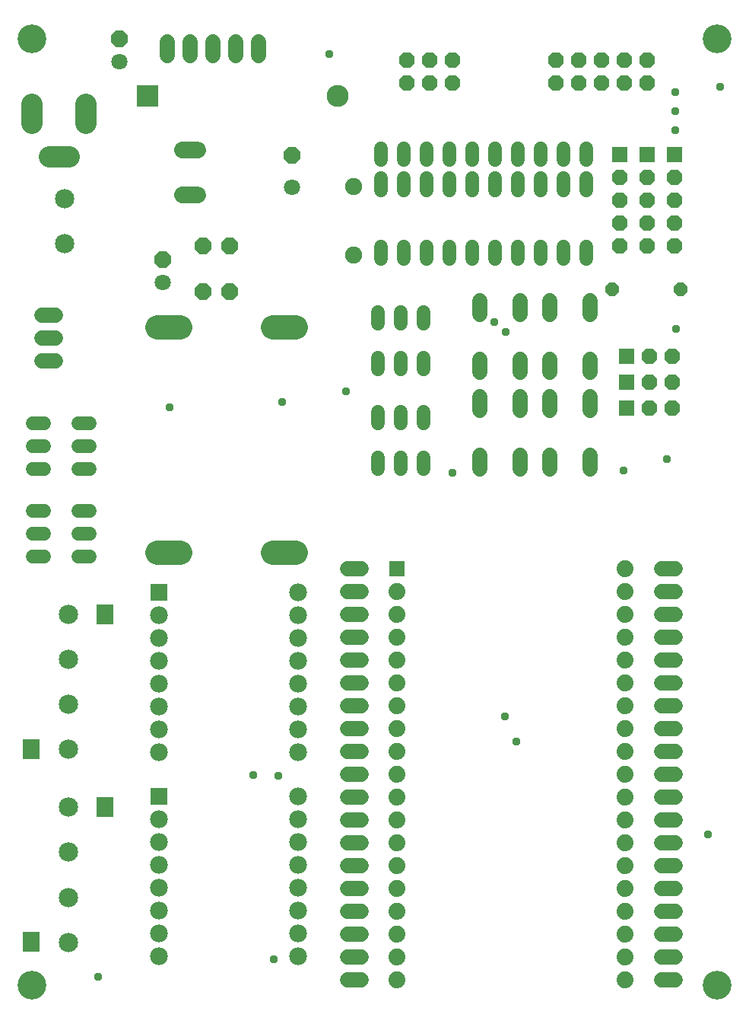
<source format=gbr>
G04 EAGLE Gerber RS-274X export*
G75*
%MOMM*%
%FSLAX34Y34*%
%LPD*%
%INSoldermask Bottom*%
%IPPOS*%
%AMOC8*
5,1,8,0,0,1.08239X$1,22.5*%
G01*
%ADD10C,3.203200*%
%ADD11C,2.387600*%
%ADD12C,2.153200*%
%ADD13P,1.951982X8X112.500000*%
%ADD14C,1.803400*%
%ADD15C,1.853200*%
%ADD16R,2.453200X2.453200*%
%ADD17C,2.453200*%
%ADD18R,1.981200X1.981200*%
%ADD19C,1.981200*%
%ADD20R,1.763200X1.763200*%
%ADD21C,1.879600*%
%ADD22C,1.524000*%
%ADD23C,2.743200*%
%ADD24C,1.727200*%
%ADD25P,1.852186X8X202.500000*%
%ADD26R,1.727200X1.727200*%
%ADD27P,1.869504X8X22.500000*%
%ADD28P,1.869504X8X112.500000*%
%ADD29C,1.711200*%
%ADD30R,1.903200X2.203200*%
%ADD31P,1.951982X8X292.500000*%
%ADD32C,1.903200*%
%ADD33P,1.649562X8X22.500000*%
%ADD34C,0.959600*%


D10*
X31758Y27824D03*
X794050Y27824D03*
X31758Y1080527D03*
X794050Y1080527D03*
D11*
X72594Y948814D02*
X50750Y948814D01*
X31672Y985892D02*
X31672Y1007736D01*
X91672Y1007736D02*
X91672Y985892D01*
D12*
X71850Y440413D03*
X71850Y390413D03*
X71850Y340413D03*
X71850Y290413D03*
X71863Y225631D03*
X71863Y175631D03*
X71863Y125631D03*
X71863Y75631D03*
X67980Y852795D03*
X67980Y902795D03*
D13*
X128587Y1080038D03*
D14*
X128587Y1054638D03*
D13*
X321304Y950343D03*
D14*
X321304Y914783D03*
D15*
X215890Y906609D02*
X199390Y906609D01*
X199390Y956609D02*
X215890Y956609D01*
D16*
X159812Y1016357D03*
D17*
X371812Y1016357D03*
D18*
X173240Y464941D03*
D19*
X328180Y464941D03*
X173240Y439541D03*
X173240Y414141D03*
X173240Y388741D03*
X173240Y363341D03*
X173240Y337941D03*
X173240Y312541D03*
X173240Y287141D03*
X328180Y439541D03*
X328180Y414141D03*
X328180Y388741D03*
X328180Y363341D03*
X328180Y337941D03*
X328180Y312541D03*
X328180Y287141D03*
D18*
X173240Y238080D03*
D19*
X328180Y238080D03*
X173240Y212680D03*
X173240Y187280D03*
X173240Y161880D03*
X173240Y136480D03*
X173240Y111080D03*
X173240Y85680D03*
X173240Y60280D03*
X328180Y212680D03*
X328180Y187280D03*
X328180Y161880D03*
X328180Y136480D03*
X328180Y111080D03*
X328180Y85680D03*
X328180Y60280D03*
D20*
X438256Y490708D03*
D21*
X438256Y465308D03*
X438256Y33508D03*
X438256Y439908D03*
X438256Y414508D03*
X438256Y389108D03*
X438256Y363708D03*
X438256Y338308D03*
X438256Y312908D03*
X438256Y287508D03*
X438256Y262108D03*
X438256Y236708D03*
X438256Y211308D03*
X438256Y185908D03*
X438256Y160508D03*
X438256Y135108D03*
X438256Y109708D03*
X438256Y84308D03*
X438256Y58908D03*
X692256Y490708D03*
X692256Y465308D03*
X692256Y439908D03*
X692256Y414508D03*
X692256Y389108D03*
X692256Y363708D03*
X692256Y338308D03*
X692256Y312908D03*
X692256Y287508D03*
X692256Y262108D03*
X692256Y236708D03*
X692256Y211308D03*
X692256Y185908D03*
X692256Y160508D03*
X692256Y135108D03*
X692256Y109708D03*
X692256Y84308D03*
X692256Y58908D03*
X692256Y33508D03*
D22*
X420310Y835523D02*
X420310Y848731D01*
X445710Y848731D02*
X445710Y835523D01*
X471110Y835523D02*
X471110Y848731D01*
X496510Y848731D02*
X496510Y835523D01*
X521910Y835523D02*
X521910Y848731D01*
X547310Y848731D02*
X547310Y835523D01*
X572710Y835523D02*
X572710Y848731D01*
X598110Y848731D02*
X598110Y835523D01*
X623510Y835523D02*
X623510Y848731D01*
X648910Y848731D02*
X648910Y835523D01*
X648910Y911723D02*
X648910Y924931D01*
X623510Y924931D02*
X623510Y911723D01*
X598110Y911723D02*
X598110Y924931D01*
X572710Y924931D02*
X572710Y911723D01*
X547310Y911723D02*
X547310Y924931D01*
X521910Y924931D02*
X521910Y911723D01*
X496510Y911723D02*
X496510Y924931D01*
X471110Y924931D02*
X471110Y911723D01*
X445710Y911723D02*
X445710Y924931D01*
X420310Y924931D02*
X420310Y911723D01*
X648760Y945350D02*
X648760Y958558D01*
X623360Y958558D02*
X623360Y945350D01*
X597960Y945350D02*
X597960Y958558D01*
X572560Y958558D02*
X572560Y945350D01*
X547160Y945350D02*
X547160Y958558D01*
X521760Y958558D02*
X521760Y945350D01*
X496360Y945350D02*
X496360Y958558D01*
X470960Y958558D02*
X470960Y945350D01*
X445560Y945350D02*
X445560Y958558D01*
X420160Y958558D02*
X420160Y945350D01*
X45258Y530160D02*
X32050Y530160D01*
X32050Y504760D02*
X45258Y504760D01*
X45258Y555560D02*
X32050Y555560D01*
X82850Y504760D02*
X96058Y504760D01*
X96058Y530160D02*
X82850Y530160D01*
X82850Y555560D02*
X96058Y555560D01*
D23*
X170967Y759229D02*
X196367Y759229D01*
X196367Y508785D02*
X170967Y508785D01*
D22*
X45404Y627366D02*
X32196Y627366D01*
X32196Y601966D02*
X45404Y601966D01*
X45404Y652766D02*
X32196Y652766D01*
X82996Y601966D02*
X96204Y601966D01*
X96204Y627366D02*
X82996Y627366D01*
X82996Y652766D02*
X96204Y652766D01*
D23*
X299503Y508975D02*
X324903Y508975D01*
X324903Y759419D02*
X299503Y759419D01*
D24*
X382636Y33492D02*
X397876Y33492D01*
X397876Y58892D02*
X382636Y58892D01*
X382636Y84292D02*
X397876Y84292D01*
X397876Y109692D02*
X382636Y109692D01*
X382636Y135092D02*
X397876Y135092D01*
X397876Y160492D02*
X382636Y160492D01*
X382636Y185892D02*
X397876Y185892D01*
X397876Y211292D02*
X382636Y211292D01*
X382636Y236692D02*
X397876Y236692D01*
X397876Y262092D02*
X382636Y262092D01*
X382636Y287492D02*
X397876Y287492D01*
X397876Y312892D02*
X382636Y312892D01*
X382636Y338292D02*
X397876Y338292D01*
X397876Y363692D02*
X382636Y363692D01*
X382636Y389092D02*
X397876Y389092D01*
X397876Y414492D02*
X382636Y414492D01*
X382636Y439892D02*
X397876Y439892D01*
X397876Y465292D02*
X382636Y465292D01*
X382636Y490692D02*
X397876Y490692D01*
X732636Y490692D02*
X747876Y490692D01*
X747876Y465292D02*
X732636Y465292D01*
X732636Y439892D02*
X747876Y439892D01*
X747876Y414492D02*
X732636Y414492D01*
X732636Y389092D02*
X747876Y389092D01*
X747876Y363692D02*
X732636Y363692D01*
X732636Y338292D02*
X747876Y338292D01*
X747876Y312892D02*
X732636Y312892D01*
X732636Y287492D02*
X747876Y287492D01*
X747876Y262092D02*
X732636Y262092D01*
X732636Y236692D02*
X747876Y236692D01*
X747876Y211292D02*
X732636Y211292D01*
X732636Y185892D02*
X747876Y185892D01*
X747876Y160492D02*
X732636Y160492D01*
X732636Y135092D02*
X747876Y135092D01*
X747876Y109692D02*
X732636Y109692D01*
X732636Y84292D02*
X747876Y84292D01*
X747876Y58892D02*
X732636Y58892D01*
X732636Y33492D02*
X747876Y33492D01*
D25*
X499621Y1056529D03*
X499621Y1031129D03*
X474221Y1056529D03*
X474221Y1031129D03*
X448821Y1056529D03*
X448821Y1031129D03*
X716006Y1056453D03*
X716006Y1031053D03*
X690606Y1056453D03*
X690606Y1031053D03*
X665206Y1056453D03*
X665206Y1031053D03*
X639806Y1056453D03*
X639806Y1031053D03*
X614406Y1056453D03*
X614406Y1031053D03*
D26*
X686197Y951200D03*
D27*
X686197Y925800D03*
X686197Y900400D03*
X686197Y875000D03*
X686197Y849600D03*
D26*
X693953Y727144D03*
D28*
X719353Y727144D03*
X744753Y727144D03*
D29*
X575373Y774027D02*
X575373Y789107D01*
X575373Y724107D02*
X575373Y709027D01*
X530373Y774027D02*
X530373Y789107D01*
X530373Y724107D02*
X530373Y709027D01*
X575373Y681949D02*
X575373Y666869D01*
X575373Y616949D02*
X575373Y601869D01*
X530373Y666869D02*
X530373Y681949D01*
X530373Y616949D02*
X530373Y601869D01*
D26*
X693953Y669425D03*
D28*
X719353Y669425D03*
X744753Y669425D03*
D26*
X693953Y698285D03*
D28*
X719353Y698285D03*
X744753Y698285D03*
D29*
X652860Y774027D02*
X652860Y789107D01*
X652860Y724107D02*
X652860Y709027D01*
X607860Y774027D02*
X607860Y789107D01*
X607860Y724107D02*
X607860Y709027D01*
X652860Y681949D02*
X652860Y666869D01*
X652860Y616949D02*
X652860Y601869D01*
X607860Y666869D02*
X607860Y681949D01*
X607860Y616949D02*
X607860Y601869D01*
D30*
X112900Y440400D03*
X30900Y290400D03*
X112900Y225900D03*
X30900Y75900D03*
D31*
X251920Y849680D03*
X251920Y798880D03*
X221945Y849620D03*
X221945Y798820D03*
D13*
X177285Y834875D03*
D14*
X177285Y809475D03*
D22*
X442222Y725602D02*
X442222Y712394D01*
X467622Y712394D02*
X467622Y725602D01*
X416822Y725602D02*
X416822Y712394D01*
X467622Y763194D02*
X467622Y776402D01*
X442222Y776402D02*
X442222Y763194D01*
X416822Y763194D02*
X416822Y776402D01*
X442222Y614793D02*
X442222Y601585D01*
X467622Y601585D02*
X467622Y614793D01*
X416822Y614793D02*
X416822Y601585D01*
X467622Y652385D02*
X467622Y665593D01*
X442222Y665593D02*
X442222Y652385D01*
X416822Y652385D02*
X416822Y665593D01*
D26*
X746997Y951200D03*
D27*
X746997Y925800D03*
X746997Y900400D03*
X746997Y875000D03*
X746997Y849600D03*
D26*
X716597Y951200D03*
D27*
X716597Y925800D03*
X716597Y900400D03*
X716597Y875000D03*
X716597Y849600D03*
D32*
X389950Y839510D03*
X389950Y915710D03*
D33*
X677795Y801775D03*
X753995Y801775D03*
D24*
X181910Y1061945D02*
X181910Y1077185D01*
X207310Y1077185D02*
X207310Y1061945D01*
X232710Y1061945D02*
X232710Y1077185D01*
X258110Y1077185D02*
X258110Y1061945D01*
X283510Y1061945D02*
X283510Y1077185D01*
X57955Y721900D02*
X42715Y721900D01*
X42715Y747300D02*
X57955Y747300D01*
X57955Y772700D02*
X42715Y772700D01*
D34*
X300290Y56665D03*
X784420Y195900D03*
X309725Y676485D03*
X184360Y670165D03*
X105305Y36780D03*
X305940Y260880D03*
X277440Y261380D03*
X362400Y1062945D03*
X748310Y757985D03*
X738500Y612500D03*
X499695Y598090D03*
X558690Y754495D03*
X747310Y999460D03*
X747330Y1020865D03*
X690315Y600010D03*
X798080Y1026845D03*
X747890Y978850D03*
X546565Y765690D03*
X570800Y298920D03*
X381150Y687975D03*
X557750Y326590D03*
M02*

</source>
